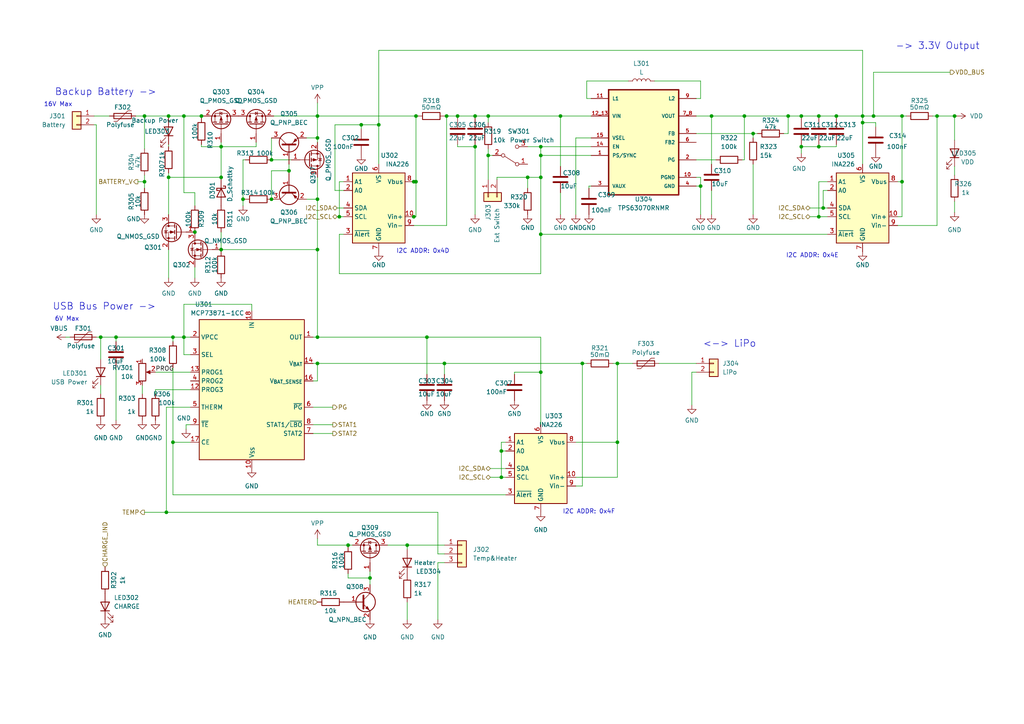
<source format=kicad_sch>
(kicad_sch (version 20231120) (generator "eeschema") (generator_version "8.0")
  (paper "A4")
  (junction (at 261.62 33.655))
  (junction (at 141.605 33.655))
  (junction (at 92.075 72.39))
  (junction (at 228.6 33.655))
  (junction (at 238.76 60.325))
  (junction (at 156.845 42.545))
  (junction (at 92.075 33.655))
  (junction (at 50.165 97.79))
  (junction (at 29.21 97.79))
  (junction (at 156.845 51.435))
  (junction (at 215.9 33.655))
  (junction (at 206.375 33.655))
  (junction (at 78.74 57.785))
  (junction (at 64.135 51.435))
  (junction (at 100.965 158.115))
  (junction (at 92.075 97.79))
  (junction (at 253.365 33.655))
  (junction (at 137.795 33.655))
  (junction (at 271.78 33.655))
  (junction (at 92.075 105.41))
  (junction (at 162.56 33.655))
  (junction (at 118.11 158.115))
  (junction (at 132.715 33.655))
  (junction (at 92.075 57.785))
  (junction (at 168.91 105.41))
  (junction (at 237.49 62.865))
  (junction (at 261.62 52.705))
  (junction (at 56.515 67.31))
  (junction (at 123.825 97.79))
  (junction (at 41.91 52.705))
  (junction (at 128.905 105.41))
  (junction (at 129.54 33.655))
  (junction (at 203.2 53.975))
  (junction (at 48.895 51.435))
  (junction (at 250.19 33.655))
  (junction (at 276.86 33.655))
  (junction (at 137.795 42.545))
  (junction (at 58.42 33.655))
  (junction (at 107.315 167.64))
  (junction (at 98.425 62.865))
  (junction (at 120.015 52.705))
  (junction (at 64.135 42.545))
  (junction (at 120.015 62.865))
  (junction (at 141.605 45.085))
  (junction (at 120.65 52.705))
  (junction (at 48.26 148.59))
  (junction (at 237.49 42.545))
  (junction (at 156.845 45.085))
  (junction (at 145.415 138.43))
  (junction (at 48.895 33.655))
  (junction (at 70.485 57.785))
  (junction (at 78.74 46.355))
  (junction (at 218.44 38.735))
  (junction (at 179.07 128.27))
  (junction (at 104.775 36.195))
  (junction (at 41.91 33.655))
  (junction (at 153.035 51.435))
  (junction (at 232.41 33.655))
  (junction (at 120.65 33.655))
  (junction (at 64.135 72.39))
  (junction (at 50.165 128.27))
  (junction (at 156.845 107.95))
  (junction (at 145.415 130.81))
  (junction (at 109.855 36.195))
  (junction (at 242.57 33.655))
  (junction (at 156.845 67.945))
  (junction (at 33.655 97.79))
  (junction (at 53.34 33.655))
  (junction (at 83.82 49.53))
  (junction (at 237.49 33.655))
  (junction (at 250.19 35.56))
  (junction (at 53.34 97.79))
  (junction (at 92.075 40.005))
  (junction (at 179.07 105.41))
  (junction (at 232.41 42.545))
  (wire (pts (xy 27.305 36.195) (xy 27.94 36.195)))
  (wire (pts (xy 70.485 46.355) (xy 71.12 46.355)))
  (wire (pts (xy 123.825 97.79) (xy 156.845 97.79)))
  (wire (pts (xy 73.025 88.265) (xy 53.34 88.265)))
  (wire (pts (xy 141.605 45.085) (xy 141.605 52.07)))
  (wire (pts (xy 215.9 33.655) (xy 228.6 33.655)))
  (wire (pts (xy 99.695 67.945) (xy 98.425 67.945)))
  (wire (pts (xy 27.94 97.79) (xy 29.21 97.79)))
  (wire (pts (xy 127 163.195) (xy 128.905 163.195)))
  (wire (pts (xy 74.295 42.545) (xy 74.295 41.275)))
  (wire (pts (xy 156.845 107.95) (xy 156.845 123.19)))
  (wire (pts (xy 132.715 33.655) (xy 137.795 33.655)))
  (wire (pts (xy 170.18 23.495) (xy 170.18 28.575)))
  (wire (pts (xy 132.715 33.655) (xy 132.715 34.29)))
  (wire (pts (xy 50.165 128.27) (xy 50.165 143.51)))
  (wire (pts (xy 56.515 55.88) (xy 56.515 59.69)))
  (wire (pts (xy 254 36.83) (xy 254 35.56)))
  (wire (pts (xy 179.07 138.43) (xy 179.07 128.27)))
  (wire (pts (xy 92.075 51.435) (xy 92.075 57.785)))
  (wire (pts (xy 83.82 49.53) (xy 83.82 50.165)))
  (wire (pts (xy 162.56 55.88) (xy 162.56 62.23)))
  (wire (pts (xy 261.62 62.865) (xy 261.62 52.705)))
  (wire (pts (xy 146.685 130.81) (xy 145.415 130.81)))
  (wire (pts (xy 58.42 41.91) (xy 58.42 42.545)))
  (wire (pts (xy 242.57 41.91) (xy 242.57 42.545)))
  (wire (pts (xy 167.005 40.005) (xy 167.005 62.23)))
  (wire (pts (xy 99.695 52.705) (xy 98.425 52.705)))
  (wire (pts (xy 64.135 72.39) (xy 92.075 72.39)))
  (wire (pts (xy 88.9 57.785) (xy 92.075 57.785)))
  (wire (pts (xy 237.49 42.545) (xy 232.41 42.545)))
  (wire (pts (xy 39.37 33.655) (xy 41.91 33.655)))
  (wire (pts (xy 203.2 51.435) (xy 203.2 53.975)))
  (wire (pts (xy 191.135 105.41) (xy 201.93 105.41)))
  (wire (pts (xy 119.38 52.705) (xy 120.015 52.705)))
  (wire (pts (xy 58.42 33.655) (xy 59.055 33.655)))
  (wire (pts (xy 240.03 55.245) (xy 238.76 55.245)))
  (wire (pts (xy 128.905 33.655) (xy 129.54 33.655)))
  (wire (pts (xy 127 160.655) (xy 127 148.59)))
  (wire (pts (xy 120.015 62.865) (xy 120.65 62.865)))
  (wire (pts (xy 97.155 36.195) (xy 104.775 36.195)))
  (wire (pts (xy 142.24 135.89) (xy 146.685 135.89)))
  (wire (pts (xy 107.315 167.64) (xy 107.315 165.735)))
  (wire (pts (xy 64.135 51.435) (xy 64.135 52.07)))
  (wire (pts (xy 92.075 33.655) (xy 120.65 33.655)))
  (wire (pts (xy 127 179.705) (xy 127 163.195)))
  (wire (pts (xy 118.11 159.385) (xy 118.11 158.115)))
  (wire (pts (xy 156.845 51.435) (xy 156.845 67.945)))
  (wire (pts (xy 145.415 138.43) (xy 146.685 138.43)))
  (wire (pts (xy 260.35 65.405) (xy 271.78 65.405)))
  (wire (pts (xy 50.165 97.79) (xy 50.165 99.06)))
  (wire (pts (xy 206.375 33.655) (xy 206.375 47.625)))
  (wire (pts (xy 242.57 42.545) (xy 237.49 42.545)))
  (wire (pts (xy 98.425 62.865) (xy 99.695 62.865)))
  (wire (pts (xy 92.075 57.785) (xy 92.075 72.39)))
  (wire (pts (xy 228.6 38.735) (xy 228.6 33.655)))
  (wire (pts (xy 70.485 59.69) (xy 70.485 57.785)))
  (wire (pts (xy 96.52 125.73) (xy 90.805 125.73)))
  (wire (pts (xy 261.62 33.655) (xy 262.89 33.655)))
  (wire (pts (xy 29.21 97.79) (xy 33.655 97.79)))
  (wire (pts (xy 92.075 110.49) (xy 92.075 105.41)))
  (wire (pts (xy 170.18 28.575) (xy 171.45 28.575)))
  (wire (pts (xy 92.075 97.79) (xy 123.825 97.79)))
  (wire (pts (xy 48.26 118.11) (xy 48.26 148.59)))
  (wire (pts (xy 48.26 148.59) (xy 127 148.59)))
  (wire (pts (xy 55.245 102.87) (xy 53.34 102.87)))
  (wire (pts (xy 237.49 52.705) (xy 240.03 52.705)))
  (wire (pts (xy 253.365 33.655) (xy 261.62 33.655)))
  (wire (pts (xy 29.21 97.79) (xy 29.21 104.14)))
  (wire (pts (xy 250.19 33.655) (xy 253.365 33.655)))
  (wire (pts (xy 53.34 88.265) (xy 53.34 97.79)))
  (wire (pts (xy 215.265 46.355) (xy 215.9 46.355)))
  (wire (pts (xy 261.62 52.705) (xy 261.62 33.655)))
  (wire (pts (xy 276.86 61.595) (xy 276.86 58.42)))
  (wire (pts (xy 141.605 33.655) (xy 162.56 33.655)))
  (wire (pts (xy 33.655 97.79) (xy 50.165 97.79)))
  (wire (pts (xy 83.82 47.625) (xy 83.82 49.53)))
  (wire (pts (xy 129.54 65.405) (xy 129.54 33.655)))
  (wire (pts (xy 250.19 14.605) (xy 250.19 33.655)))
  (wire (pts (xy 207.645 46.355) (xy 201.93 46.355)))
  (wire (pts (xy 78.74 40.005) (xy 78.74 46.355)))
  (wire (pts (xy 227.33 38.735) (xy 228.6 38.735)))
  (wire (pts (xy 179.07 105.41) (xy 183.515 105.41)))
  (wire (pts (xy 41.91 148.59) (xy 48.26 148.59)))
  (wire (pts (xy 41.91 50.8) (xy 41.91 52.705)))
  (wire (pts (xy 276.86 50.8) (xy 276.86 48.26)))
  (wire (pts (xy 137.795 33.655) (xy 137.795 34.29)))
  (wire (pts (xy 270.51 33.655) (xy 271.78 33.655)))
  (wire (pts (xy 120.65 33.655) (xy 120.65 52.705)))
  (wire (pts (xy 48.895 41.91) (xy 48.895 42.545)))
  (wire (pts (xy 90.805 97.79) (xy 92.075 97.79)))
  (wire (pts (xy 170.815 53.975) (xy 171.45 53.975)))
  (wire (pts (xy 92.075 156.21) (xy 92.075 158.115)))
  (wire (pts (xy 201.93 38.735) (xy 218.44 38.735)))
  (wire (pts (xy 107.315 167.64) (xy 107.315 169.545)))
  (wire (pts (xy 104.775 37.465) (xy 104.775 36.195)))
  (wire (pts (xy 234.95 62.865) (xy 237.49 62.865)))
  (wire (pts (xy 58.42 42.545) (xy 64.135 42.545)))
  (wire (pts (xy 182.245 23.495) (xy 170.18 23.495)))
  (wire (pts (xy 90.805 118.11) (xy 96.52 118.11)))
  (wire (pts (xy 100.965 158.115) (xy 100.965 158.75)))
  (wire (pts (xy 237.49 33.655) (xy 242.57 33.655)))
  (wire (pts (xy 48.895 51.435) (xy 64.135 51.435)))
  (wire (pts (xy 92.075 105.41) (xy 128.905 105.41)))
  (wire (pts (xy 167.005 128.27) (xy 179.07 128.27)))
  (wire (pts (xy 237.49 33.655) (xy 237.49 34.29)))
  (wire (pts (xy 200.66 117.475) (xy 200.66 107.95)))
  (wire (pts (xy 70.485 57.785) (xy 71.12 57.785)))
  (wire (pts (xy 144.145 51.435) (xy 153.035 51.435)))
  (wire (pts (xy 33.655 97.79) (xy 33.655 99.06)))
  (wire (pts (xy 237.49 52.705) (xy 237.49 62.865)))
  (wire (pts (xy 90.805 105.41) (xy 92.075 105.41)))
  (wire (pts (xy 260.35 52.705) (xy 261.62 52.705)))
  (wire (pts (xy 171.45 40.005) (xy 167.005 40.005)))
  (wire (pts (xy 27.94 36.195) (xy 27.94 62.23)))
  (wire (pts (xy 201.93 51.435) (xy 203.2 51.435)))
  (wire (pts (xy 156.845 45.085) (xy 156.845 51.435)))
  (wire (pts (xy 128.905 105.41) (xy 128.905 108.585)))
  (wire (pts (xy 92.075 40.005) (xy 92.075 41.275)))
  (wire (pts (xy 48.895 33.655) (xy 48.895 34.29)))
  (wire (pts (xy 250.19 35.56) (xy 250.19 47.625)))
  (wire (pts (xy 29.21 114.3) (xy 29.21 111.76)))
  (wire (pts (xy 41.91 52.705) (xy 41.91 54.61)))
  (wire (pts (xy 64.135 67.31) (xy 64.135 72.39)))
  (wire (pts (xy 250.19 14.605) (xy 109.855 14.605)))
  (wire (pts (xy 109.855 14.605) (xy 109.855 36.195)))
  (wire (pts (xy 53.34 97.79) (xy 55.245 97.79)))
  (wire (pts (xy 79.375 33.655) (xy 92.075 33.655)))
  (wire (pts (xy 145.415 128.27) (xy 146.685 128.27)))
  (wire (pts (xy 142.24 138.43) (xy 145.415 138.43)))
  (wire (pts (xy 167.005 138.43) (xy 179.07 138.43)))
  (wire (pts (xy 118.11 158.115) (xy 128.905 158.115)))
  (wire (pts (xy 120.65 33.655) (xy 121.285 33.655)))
  (wire (pts (xy 276.86 33.655) (xy 276.86 40.64)))
  (wire (pts (xy 153.035 51.435) (xy 156.845 51.435)))
  (wire (pts (xy 144.145 52.07) (xy 144.145 51.435)))
  (wire (pts (xy 156.845 67.945) (xy 240.03 67.945)))
  (wire (pts (xy 203.2 53.975) (xy 201.93 53.975)))
  (wire (pts (xy 88.9 40.005) (xy 92.075 40.005)))
  (wire (pts (xy 100.965 167.64) (xy 107.315 167.64)))
  (wire (pts (xy 50.165 106.68) (xy 50.165 128.27)))
  (wire (pts (xy 48.895 50.165) (xy 48.895 51.435)))
  (wire (pts (xy 156.845 79.375) (xy 156.845 67.945)))
  (wire (pts (xy 97.79 60.325) (xy 99.695 60.325)))
  (wire (pts (xy 232.41 33.655) (xy 237.49 33.655)))
  (wire (pts (xy 167.005 140.97) (xy 168.91 140.97)))
  (wire (pts (xy 156.845 42.545) (xy 171.45 42.545)))
  (wire (pts (xy 120.015 65.405) (xy 129.54 65.405)))
  (wire (pts (xy 109.855 36.195) (xy 109.855 47.625)))
  (wire (pts (xy 218.44 47.625) (xy 218.44 62.23)))
  (wire (pts (xy 145.415 130.81) (xy 145.415 138.43)))
  (wire (pts (xy 218.44 40.005) (xy 218.44 38.735)))
  (wire (pts (xy 41.91 33.655) (xy 41.91 43.18)))
  (wire (pts (xy 48.895 80.645) (xy 48.895 72.39)))
  (wire (pts (xy 33.655 106.68) (xy 33.655 121.92)))
  (wire (pts (xy 203.2 23.495) (xy 203.2 28.575)))
  (wire (pts (xy 100.965 158.115) (xy 102.235 158.115)))
  (wire (pts (xy 141.605 33.655) (xy 141.605 35.56)))
  (wire (pts (xy 137.795 41.91) (xy 137.795 42.545)))
  (wire (pts (xy 156.845 97.79) (xy 156.845 107.95)))
  (wire (pts (xy 132.715 42.545) (xy 137.795 42.545)))
  (wire (pts (xy 162.56 48.26) (xy 162.56 33.655)))
  (wire (pts (xy 92.075 158.115) (xy 100.965 158.115)))
  (wire (pts (xy 112.395 158.115) (xy 118.11 158.115)))
  (wire (pts (xy 128.905 160.655) (xy 127 160.655)))
  (wire (pts (xy 153.035 42.545) (xy 156.845 42.545)))
  (wire (pts (xy 19.05 97.79) (xy 20.32 97.79)))
  (wire (pts (xy 92.075 72.39) (xy 92.075 97.79)))
  (wire (pts (xy 55.245 128.27) (xy 50.165 128.27)))
  (wire (pts (xy 149.225 107.95) (xy 156.845 107.95)))
  (wire (pts (xy 45.085 113.03) (xy 55.245 113.03)))
  (wire (pts (xy 189.865 23.495) (xy 203.2 23.495)))
  (wire (pts (xy 156.845 42.545) (xy 156.845 45.085)))
  (wire (pts (xy 129.54 33.655) (xy 132.715 33.655)))
  (wire (pts (xy 73.025 88.265) (xy 73.025 90.17)))
  (wire (pts (xy 40.005 52.705) (xy 41.91 52.705)))
  (wire (pts (xy 168.91 105.41) (xy 170.18 105.41)))
  (wire (pts (xy 41.91 33.655) (xy 48.895 33.655)))
  (wire (pts (xy 98.425 52.705) (xy 98.425 62.865)))
  (wire (pts (xy 90.805 123.19) (xy 96.52 123.19)))
  (wire (pts (xy 97.155 55.245) (xy 97.155 36.195)))
  (wire (pts (xy 70.485 57.785) (xy 70.485 46.355)))
  (wire (pts (xy 50.165 143.51) (xy 146.685 143.51)))
  (wire (pts (xy 238.76 60.325) (xy 240.03 60.325)))
  (wire (pts (xy 27.305 33.655) (xy 31.75 33.655)))
  (wire (pts (xy 98.425 79.375) (xy 156.845 79.375)))
  (wire (pts (xy 242.57 33.655) (xy 242.57 34.29)))
  (wire (pts (xy 201.93 33.655) (xy 206.375 33.655)))
  (wire (pts (xy 120.65 62.865) (xy 120.65 52.705)))
  (wire (pts (xy 53.34 55.88) (xy 53.34 33.655)))
  (wire (pts (xy 275.59 20.955) (xy 253.365 20.955)))
  (wire (pts (xy 123.825 97.79) (xy 123.825 108.585)))
  (wire (pts (xy 83.82 49.53) (xy 78.74 49.53)))
  (wire (pts (xy 92.075 29.845) (xy 92.075 33.655)))
  (wire (pts (xy 53.975 123.19) (xy 55.245 123.19)))
  (wire (pts (xy 50.165 97.79) (xy 53.34 97.79)))
  (wire (pts (xy 271.78 33.655) (xy 276.86 33.655)))
  (wire (pts (xy 78.74 49.53) (xy 78.74 57.785)))
  (wire (pts (xy 276.86 33.655) (xy 277.495 33.655)))
  (wire (pts (xy 162.56 33.655) (xy 171.45 33.655)))
  (wire (pts (xy 206.375 33.655) (xy 215.9 33.655)))
  (wire (pts (xy 64.135 42.545) (xy 74.295 42.545)))
  (wire (pts (xy 45.085 107.95) (xy 55.245 107.95)))
  (wire (pts (xy 92.075 33.655) (xy 92.075 40.005)))
  (wire (pts (xy 53.34 33.655) (xy 58.42 33.655)))
  (wire (pts (xy 132.715 41.91) (xy 132.715 42.545)))
  (wire (pts (xy 177.8 105.41) (xy 179.07 105.41)))
  (wire (pts (xy 203.2 53.975) (xy 203.2 62.23)))
  (wire (pts (xy 100.965 166.37) (xy 100.965 167.64)))
  (wire (pts (xy 64.135 42.545) (xy 64.135 41.275)))
  (wire (pts (xy 232.41 33.655) (xy 232.41 34.29)))
  (wire (pts (xy 120.015 52.705) (xy 120.65 52.705)))
  (wire (pts (xy 232.41 42.545) (xy 232.41 44.45)))
  (wire (pts (xy 237.49 62.865) (xy 240.03 62.865)))
  (wire (pts (xy 45.085 114.3) (xy 45.085 113.03)))
  (wire (pts (xy 99.695 55.245) (xy 97.155 55.245)))
  (wire (pts (xy 215.9 46.355) (xy 215.9 33.655)))
  (wire (pts (xy 206.375 62.23) (xy 206.375 55.245)))
  (wire (pts (xy 53.34 102.87) (xy 53.34 97.79)))
  (wire (pts (xy 260.35 62.865) (xy 261.62 62.865)))
  (wire (pts (xy 56.515 55.88) (xy 53.34 55.88)))
  (wire (pts (xy 242.57 33.655) (xy 250.19 33.655)))
  (wire (pts (xy 64.135 42.545) (xy 64.135 51.435)))
  (wire (pts (xy 98.425 67.945) (xy 98.425 79.375)))
  (wire (pts (xy 254 35.56) (xy 250.19 35.56)))
  (wire (pts (xy 78.74 46.355) (xy 84.455 46.355)))
  (wire (pts (xy 170.815 54.61) (xy 170.815 53.975)))
  (wire (pts (xy 53.975 124.46) (xy 53.975 123.19)))
  (wire (pts (xy 118.11 179.705) (xy 118.11 174.625)))
  (wire (pts (xy 141.605 45.085) (xy 142.875 45.085)))
  (wire (pts (xy 218.44 38.735) (xy 219.71 38.735)))
  (wire (pts (xy 141.605 43.18) (xy 141.605 45.085)))
  (wire (pts (xy 41.275 114.3) (xy 41.275 111.76)))
  (wire (pts (xy 137.795 33.655) (xy 141.605 33.655)))
  (wire (pts (xy 119.38 62.865) (xy 120.015 62.865)))
  (wire (pts (xy 171.45 45.085) (xy 156.845 45.085)))
  (wire (pts (xy 64.135 73.025) (xy 64.135 72.39)))
  (wire (pts (xy 203.2 28.575) (xy 201.93 28.575)))
  (wire (pts (xy 238.76 55.245) (xy 238.76 60.325)))
  (wire (pts (xy 228.6 33.655) (xy 232.41 33.655)))
  (wire (pts (xy 97.79 62.865) (xy 98.425 62.865)))
  (wire (pts (xy 250.19 33.655) (xy 250.19 35.56)))
  (wire (pts (xy 104.775 36.195) (xy 109.855 36.195)))
  (wire (pts (xy 168.91 105.41) (xy 168.91 140.97)))
  (wire (pts (xy 237.49 41.91) (xy 237.49 42.545)))
  (wire (pts (xy 58.42 33.655) (xy 58.42 34.29)))
  (wire (pts (xy 128.905 105.41) (xy 168.91 105.41)))
  (wire (pts (xy 149.225 108.585) (xy 149.225 107.95)))
  (wire (pts (xy 137.795 42.545) (xy 137.795 62.23)))
  (wire (pts (xy 179.07 128.27) (xy 179.07 105.41)))
  (wire (pts (xy 153.035 51.435) (xy 153.035 54.61)))
  (wire (pts (xy 271.78 65.405) (xy 271.78 33.655)))
  (wire (pts (xy 55.245 118.11) (xy 48.26 118.11)))
  (wire (pts (xy 234.95 60.325) (xy 238.76 60.325)))
  (wire (pts (xy 200.66 107.95) (xy 201.93 107.95)))
  (wire (pts (xy 232.41 42.545) (xy 232.41 41.91)))
  (wire (pts (xy 145.415 130.81) (xy 145.415 128.27)))
  (wire (pts (xy 56.515 80.645) (xy 56.515 77.47)))
  (wire (pts (xy 253.365 20.955) (xy 253.365 33.655)))
  (wire (pts (xy 48.895 33.655) (xy 53.34 33.655)))
  (wire (pts (xy 48.895 51.435) (xy 48.895 62.23)))
  (wire (pts (xy 90.805 110.49) (xy 92.075 110.49)))
  (text "16V Max" (at 12.7 31.115 0) (effects (font (size 1.27 1.27)) (justify left bottom)))
  (text "6V Max" (at 15.875 93.345 0) (effects (font (size 1.27 1.27)) (justify left bottom)))
  (text "I2C ADDR: 0x4F" (at 163.195 149.225 0) (effects (font (size 1.27 1.27)) (justify left bottom)))
  (text "USB Bus Power ->" (at 15.24 90.17 0) (effects (font (size 2 2)) (justify left bottom)))
  (text "I2C ADDR: 0x4D" (at 114.935 73.66 0) (effects (font (size 1.27 1.27)) (justify left bottom)))
  (text "<-> LiPo" (at 203.835 100.965 0) (effects (font (size 2 2)) (justify left bottom)))
  (text "Backup Battery ->" (at 15.875 27.94 0) (effects (font (size 2 2)) (justify left bottom)))
  (text "I2C ADDR: 0x4E" (at 227.965 74.93 0) (effects (font (size 1.27 1.27)) (justify left bottom)))
  (text "-> 3.3V Output" (at 259.715 14.605 0) (effects (font (size 2 2)) (justify left bottom)))
  (label "PROG" (at 45.085 107.95 0))
  (hierarchical_label "I2C_SCL" (shape bidirectional) (at 234.95 62.865 180))
  (hierarchical_label "CHARGE_IND" (shape input) (at 30.48 164.465 90))
  (hierarchical_label "TEMP" (shape output) (at 41.91 148.59 180))
  (hierarchical_label "I2C_SCL" (shape bidirectional) (at 97.79 62.865 180))
  (hierarchical_label "VDD_BUS" (shape output) (at 275.59 20.955 0))
  (hierarchical_label "PG" (shape output) (at 96.52 118.11 0))
  (hierarchical_label "I2C_SDA" (shape bidirectional) (at 234.95 60.325 180))
  (hierarchical_label "I2C_SCL" (shape bidirectional) (at 142.24 138.43 180))
  (hierarchical_label "BATTERY_V" (shape output) (at 40.005 52.705 180))
  (hierarchical_label "I2C_SDA" (shape bidirectional) (at 97.79 60.325 180))
  (hierarchical_label "STAT2" (shape output) (at 96.52 125.73 0))
  (hierarchical_label "STAT1" (shape output) (at 96.52 123.19 0))
  (hierarchical_label "HEATER" (shape input) (at 92.075 174.625 180))
  (hierarchical_label "I2C_SDA" (shape bidirectional) (at 142.24 135.89 180))
  (symbol (lib_id "Device:C") (at 162.56 52.07 0) (unit 1)
    (property "Reference" "C308" (at 163.195 50.165 0) (effects (justify left)))
    (property "Value" "10uF" (at 162.56 53.975 0) (effects (justify left)))
    (property "Footprint" "Capacitor_SMD:C_0603_1608Metric" (effects (hide yes)))
    (property "LCSC" "C96446" (effects (hide yes)))
  )
  (symbol (lib_id "power:VPP") (at 92.075 29.845 0) (unit 1)
    (property "Reference" "#PWR0315" (effects (hide yes)))
    (property "Value" "VPP" (at 92.075 25.4 0))
  )
  (symbol (lib_id "Device:LED") (at 48.895 38.1 270) (mirror x) (unit 1)
    (property "Reference" "LED303" (at 41.91 38.1 90) (effects (justify left)))
    (property "Value" "Backup Power" (at 38.1 34.925 90) (effects (justify left)))
    (property "Footprint" "LED_SMD:LED_0805_2012Metric" (effects (hide yes)))
    (property "LCSC" "C2297" (effects (hide yes)))
  )
  (symbol (lib_id "Device:R") (at 211.455 46.355 270) (unit 1)
    (property "Reference" "R322" (at 211.455 40.005 90))
    (property "Value" "100k" (at 211.455 42.545 90))
    (property "Footprint" "Resistor_SMD:R_0402_1005Metric" (effects (hide yes)))
    (property "LCSC" "C25741" (effects (hide yes)))
  )
  (symbol (lib_id "power:GND") (at 128.905 116.205 0) (unit 1)
    (property "Reference" "#PWR0323" (effects (hide yes)))
    (property "Value" "GND" (at 128.905 120.015 0))
  )
  (symbol (lib_id "Device:Q_PMOS_GSD") (at 74.295 36.195 90) (unit 1)
    (property "Reference" "Q304" (at 74.295 26.67 90))
    (property "Value" "Q_PMOS_GSD" (at 74.295 29.21 90))
    (property "Footprint" "Package_TO_SOT_SMD:SOT-23" (effects (hide yes)))
    (property "LCSC" "C15127" (effects (hide yes)))
  )
  (symbol (lib_id "Device:R") (at 276.86 54.61 0) (mirror y) (unit 1)
    (property "Reference" "R326" (at 281.94 53.34 0) (effects (justify left)))
    (property "Value" "1k" (at 281.305 55.88 0) (effects (justify left)))
    (property "Footprint" "Resistor_SMD:R_0402_1005Metric" (effects (hide yes)))
    (property "LCSC" "C11702" (effects (hide yes)))
  )
  (symbol (lib_id "Device:R") (at 64.135 76.835 0) (unit 1)
    (property "Reference" "R312" (at 60.325 76.835 90))
    (property "Value" "100k" (at 62.23 76.835 90))
    (property "Footprint" "Resistor_SMD:R_0402_1005Metric" (effects (hide yes)))
    (property "LCSC" "C25741" (effects (hide yes)))
  )
  (symbol (lib_id "Device:C") (at 123.825 112.395 0) (unit 1)
    (property "Reference" "C303" (at 121.285 110.49 0) (effects (justify left)))
    (property "Value" "10uF" (at 121.285 114.3 0) (effects (justify left)))
    (property "Footprint" "Capacitor_SMD:C_0603_1608Metric" (effects (hide yes)))
    (property "LCSC" "C96446" (effects (hide yes)))
  )
  (symbol (lib_id "Device:R") (at 118.11 170.815 180) (unit 1)
    (property "Reference" "R317" (at 120.015 169.545 0) (effects (justify right)))
    (property "Value" "1k" (at 120.015 172.085 0) (effects (justify right)))
    (property "Footprint" "Resistor_SMD:R_0402_1005Metric" (effects (hide yes)))
    (property "LCSC" "C11702" (effects (hide yes)))
  )
  (symbol (lib_id "power:GND") (at 203.2 62.23 0) (unit 1)
    (property "Reference" "#PWR0332" (effects (hide yes)))
    (property "Value" "GND" (at 202.565 66.04 0))
  )
  (symbol (lib_id "Battery_Management:MCP73871-1CC") (at 73.025 113.03 0) (unit 1)
    (property "Reference" "U301" (at 56.515 88.265 0) (effects (justify left)))
    (property "Value" "MCP73871-1CC" (at 55.245 90.805 0) (effects (justify left)))
    (property "Footprint" "Package_DFN_QFN:QFN-20-1EP_4x4mm_P0.5mm_EP2.5x2.5mm" (effects (hide yes)))
    (property "Datasheet" "http://www.mouser.com/ds/2/268/22090a-52174.pdf" (effects (hide yes)))
    (property "LCSC" " C511310" (effects (hide yes)))
  )
  (symbol (lib_id "Device:R") (at 50.165 102.87 0) (mirror y) (unit 1)
    (property "Reference" "R308" (at 48.26 101.6 0) (effects (justify left)))
    (property "Value" "100k" (at 48.26 104.14 0) (effects (justify left)))
    (property "Footprint" "Resistor_SMD:R_0402_1005Metric" (effects (hide yes)))
    (property "LCSC" "C25741" (effects (hide yes)))
  )
  (symbol (lib_id "Device:C") (at 206.375 51.435 0) (unit 1)
    (property "Reference" "C310" (at 207.01 49.53 0) (effects (justify left)))
    (property "Value" "10uF" (at 206.375 53.34 0) (effects (justify left)))
    (property "Footprint" "Capacitor_SMD:C_0603_1608Metric" (effects (hide yes)))
    (property "LCSC" "C96446" (effects (hide yes)))
  )
  (symbol (lib_id "Device:R") (at 74.93 46.355 270) (unit 1)
    (property "Reference" "R313" (at 71.12 44.45 90))
    (property "Value" "100k" (at 76.835 44.45 90))
    (property "Footprint" "Resistor_SMD:R_0402_1005Metric" (effects (hide yes)))
    (property "LCSC" "C25741" (effects (hide yes)))
  )
  (symbol (lib_id "Device:R") (at 100.965 162.56 0) (unit 1)
    (property "Reference" "R316" (at 97.155 162.56 90))
    (property "Value" "100k" (at 99.06 162.56 90))
    (property "Footprint" "Resistor_SMD:R_0402_1005Metric" (effects (hide yes)))
    (property "LCSC" "C25741" (effects (hide yes)))
  )
  (symbol (lib_id "Connector_Generic:Conn_01x02") (at 22.225 33.655 0) (mirror y) (unit 1)
    (property "Reference" "J301" (at 19.05 33.655 0) (effects (justify left)))
    (property "Value" "Battery" (at 19.05 36.195 0) (effects (justify left)))
    (property "Footprint" "Connector_JST:JST_XH_S2B-XH-A_1x02_P2.50mm_Horizontal" (effects (hide yes)))
  )
  (symbol (lib_id "Device:C") (at 137.795 38.1 0) (unit 1)
    (property "Reference" "C306" (at 135.89 36.195 0) (effects (justify left)))
    (property "Value" "22uF" (at 135.89 40.005 0) (effects (justify left)))
    (property "Footprint" "Capacitor_SMD:C_0805_2012Metric" (effects (hide yes)))
    (property "LCSC" "C45783" (effects (hide yes)))
  )
  (symbol (lib_id "Device:Q_PMOS_GSD") (at 107.315 160.655 270) (mirror x) (unit 1)
    (property "Reference" "Q309" (at 107.315 153.035 90))
    (property "Value" "Q_PMOS_GSD" (at 107.315 154.94 90))
    (property "Footprint" "Package_TO_SOT_SMD:SOT-23" (effects (hide yes)))
    (property "LCSC" "C15127" (effects (hide yes)))
  )
  (symbol (lib_id "power:GND") (at 41.275 121.92 0) (unit 1)
    (property "Reference" "#PWR0306" (effects (hide yes)))
    (property "Value" "GND" (at 41.275 127 0))
  )
  (symbol (lib_id "power:GND") (at 45.085 121.92 0) (unit 1)
    (property "Reference" "#PWR0308" (effects (hide yes)))
    (property "Value" "GND" (at 45.085 127 0))
  )
  (symbol (lib_id "Device:R") (at 95.885 174.625 270) (unit 1)
    (property "Reference" "R315" (at 95.25 172.085 90))
    (property "Value" "10k" (at 95.885 177.165 90))
    (property "Footprint" "Resistor_SMD:R_0402_1005Metric" (effects (hide yes)))
    (property "LCSC" "C25744" (effects (hide yes)))
  )
  (symbol (lib_id "power:GND") (at 107.315 179.705 0) (unit 1)
    (property "Reference" "#PWR0318" (effects (hide yes)))
    (property "Value" "GND" (at 107.315 184.785 0))
  )
  (symbol (lib_id "power:GND") (at 127 179.705 0) (unit 1)
    (property "Reference" "#PWR0322" (effects (hide yes)))
    (property "Value" "GND" (at 127 184.785 0))
  )
  (symbol (lib_id "Device:C") (at 237.49 38.1 0) (unit 1)
    (property "Reference" "C312" (at 238.125 36.195 0) (effects (justify left)))
    (property "Value" "22uF" (at 237.49 40.005 0) (effects (justify left)))
    (property "Footprint" "Capacitor_SMD:C_0805_2012Metric" (effects (hide yes)))
    (property "LCSC" "C45783" (effects (hide yes)))
  )
  (symbol (lib_id "Device:R") (at 41.275 118.11 0) (mirror y) (unit 1)
    (property "Reference" "R303" (at 39.37 115.57 0) (effects (justify left)))
    (property "Value" "1k" (at 39.37 119.38 0) (effects (justify left)))
    (property "Footprint" "Resistor_SMD:R_0402_1005Metric" (effects (hide yes)))
    (property "LCSC" "C11702" (effects (hide yes)))
  )
  (symbol (lib_id "Device:R") (at 41.91 46.99 0) (unit 1)
    (property "Reference" "R304" (at 38.1 46.99 90))
    (property "Value" "47k" (at 40.005 46.99 90))
    (property "Footprint" "Resistor_SMD:R_0402_1005Metric" (effects (hide yes)))
    (property "LCSC" "C25792" (effects (hide yes)))
  )
  (symbol (lib_id "Device:C") (at 254 40.64 0) (unit 1)
    (property "Reference" "C314" (at 257.81 39.37 0) (effects (justify left)))
    (property "Value" "100nF" (at 257.175 42.545 0) (effects (justify left)))
    (property "Footprint" "Capacitor_SMD:C_0402_1005Metric" (effects (hide yes)))
    (property "LCSC" "C1525" (effects (hide yes)))
  )
  (symbol (lib_id "Device:LED") (at 118.11 163.195 270) (mirror x) (unit 1)
    (property "Reference" "LED304" (at 120.65 165.735 90) (effects (justify left)))
    (property "Value" "Heater" (at 120.015 163.195 90) (effects (justify left)))
    (property "Footprint" "LED_SMD:LED_0805_2012Metric" (effects (hide yes)))
    (property "LCSC" "C2296" (effects (hide yes)))
  )
  (symbol (lib_id "power:GND") (at 64.135 80.645 0) (unit 1)
    (property "Reference" "#PWR0312" (effects (hide yes)))
    (property "Value" "GND" (at 64.135 85.09 0))
  )
  (symbol (lib_id "Device:Polyfuse") (at 35.56 33.655 90) (unit 1)
    (property "Reference" "F302" (at 35.56 31.115 90))
    (property "Value" "Polyfuse" (at 34.925 36.195 90))
    (property "Footprint" "Fuse:Fuse_1206_3216Metric" (effects (hide yes)))
    (property "LCSC" " C883133" (effects (hide yes)))
  )
  (symbol (lib_id "power:GND") (at 156.845 148.59 0) (unit 1)
    (property "Reference" "#PWR0327" (effects (hide yes)))
    (property "Value" "GND" (at 156.845 153.67 0))
  )
  (symbol (lib_id "Device:C") (at 242.57 38.1 0) (unit 1)
    (property "Reference" "C313" (at 243.205 36.195 0) (effects (justify left)))
    (property "Value" "22uF" (at 242.57 40.005 0) (effects (justify left)))
    (property "Footprint" "Capacitor_SMD:C_0805_2012Metric" (effects (hide yes)))
    (property "LCSC" "C45783" (effects (hide yes)))
  )
  (symbol (lib_id "power:GND") (at 153.035 62.23 0) (unit 1)
    (property "Reference" "#PWR0326" (effects (hide yes)))
    (property "Value" "GND" (at 153.035 66.04 0))
  )
  (symbol (lib_id "Device:R") (at 223.52 38.735 90) (unit 1)
    (property "Reference" "R324" (at 223.52 34.925 90))
    (property "Value" "47k" (at 223.52 36.83 90))
    (property "Footprint" "Resistor_SMD:R_0402_1005Metric" (effects (hide yes)))
    (property "LCSC" "C25792" (effects (hide yes)))
  )
  (symbol (lib_id "Device:LED") (at 30.48 175.895 90) (unit 1)
    (property "Reference" "LED302" (at 33.02 173.355 90) (effects (justify right)))
    (property "Value" "CHARGE" (at 33.02 175.895 90) (effects (justify right)))
    (property "Footprint" "LED_SMD:LED_0805_2012Metric" (effects (hide yes)))
    (property "LCSC" "C2296" (effects (hide yes)))
  )
  (symbol (lib_id "Device:C") (at 232.41 38.1 0) (unit 1)
    (property "Reference" "C311" (at 233.045 36.195 0) (effects (justify left)))
    (property "Value" "22uF" (at 232.41 40.005 0) (effects (justify left)))
    (property "Footprint" "Capacitor_SMD:C_0805_2012Metric" (effects (hide yes)))
    (property "LCSC" "C45783" (effects (hide yes)))
  )
  (symbol (lib_id "Device:R") (at 218.44 43.815 180) (unit 1)
    (property "Reference" "R323" (at 220.345 42.545 0) (effects (justify right)))
    (property "Value" "15k" (at 220.345 45.085 0) (effects (justify right)))
    (property "Footprint" "Resistor_SMD:R_0402_1005Metric" (effects (hide yes)))
    (property "LCSC" "C25756" (effects (hide yes)))
  )
  (symbol (lib_id "WOBCLibrary:TPS63070RNMR") (at 186.69 41.275 0) (unit 1)
    (property "Reference" "U304" (at 186.69 57.785 0))
    (property "Value" "TPS63070RNMR" (at 186.69 60.325 0))
    (property "Footprint" "WOBCLibrary:VREG_TPS63070RNMR" (effects (hide yes)))
    (property "Description" "\nWide input voltage (2V-16V) buck-boost converter\n" (effects (hide yes)))
    (property "MF" "Texas Instruments" (effects (hide yes)))
    (property "Package" "VQFN-HR-15 Texas Instruments" (effects (hide yes)))
    (property "Price" "None" (effects (hide yes)))
    (property "SnapEDA_Link" "https://www.snapeda.com/parts/TPS63070RNMR/Texas+Instruments/view-part/?ref=snap" (effects (hide yes)))
    (property "MP" "TPS63070RNMR" (effects (hide yes)))
    (property "Purchase-URL" "https://www.snapeda.com/api/url_track_click_mouser/?unipart_id=583017&manufacturer=Texas Instruments&part_name=TPS63070RNMR&search_term=None" (effects (hide yes)))
    (property "Availability" "In Stock" (effects (hide yes)))
    (property "Check_prices" "https://www.snapeda.com/parts/TPS63070RNMR/Texas+Instruments/view-part/?ref=eda" (effects (hide yes)))
    (property "LCSC" "C109322" (effects (hide yes)))
  )
  (symbol (lib_id "power:GND") (at 48.895 80.645 0) (unit 1)
    (property "Reference" "#PWR0309" (effects (hide yes)))
    (property "Value" "GND" (at 48.895 85.09 0))
  )
  (symbol (lib_id "Switch:SW_SPDT") (at 147.955 45.085 0) (mirror x) (unit 1)
    (property "Reference" "SW301" (at 150.495 38.1 0))
    (property "Value" "Power Switch" (at 154.305 40.64 0))
    (property "Footprint" "Button_Switch_THT:SW_CuK_OS102011MA1QN1_SPDT_Angled" (effects (hide yes)))
  )
  (symbol (lib_id "Device:R_Potentiometer") (at 41.275 107.95 0) (unit 1)
    (property "Reference" "RV301" (at 38.735 106.68 0) (effects (justify right)))
    (property "Value" "10k" (at 38.735 109.22 0) (effects (justify right)))
    (property "Footprint" "Potentiometer_SMD:Potentiometer_Bourns_TC33X_Vertical" (effects (hide yes)))
    (property "LCSC" "C719176" (effects (hide yes)))
  )
  (symbol (lib_id "Device:Polyfuse") (at 24.13 97.79 90) (unit 1)
    (property "Reference" "F301" (at 24.13 95.25 90))
    (property "Value" "Polyfuse" (at 23.495 100.33 90))
    (property "Footprint" "Fuse:Fuse_1206_3216Metric" (effects (hide yes)))
    (property "LCSC" " C883133" (effects (hide yes)))
  )
  (symbol (lib_id "power:GND") (at 162.56 62.23 0) (unit 1)
    (property "Reference" "#PWR0328" (effects (hide yes)))
    (property "Value" "GND" (at 162.56 66.04 0))
  )
  (symbol (lib_id "Device:Q_NMOS_GSD") (at 59.055 72.39 0) (mirror y) (unit 1)
    (property "Reference" "Q302" (at 55.245 76.835 0) (effects (justify left)))
    (property "Value" "Q_NMOS_GSD" (at 71.755 69.85 0) (effects (justify left)))
    (property "Footprint" "Package_TO_SOT_SMD:SOT-23-3" (effects (hide yes)))
    (property "LCSC" "C20917" (effects (hide yes)))
  )
  (symbol (lib_id "Device:C") (at 132.715 38.1 0) (unit 1)
    (property "Reference" "C305" (at 130.175 36.195 0) (effects (justify left)))
    (property "Value" "22uF" (at 130.175 40.005 0) (effects (justify left)))
    (property "Footprint" "Capacitor_SMD:C_0805_2012Metric" (effects (hide yes)))
    (property "LCSC" "C45783" (effects (hide yes)))
  )
  (symbol (lib_id "power:GND") (at 53.975 124.46 0) (unit 1)
    (property "Reference" "#PWR0310" (effects (hide yes)))
    (property "Value" "GND" (at 53.34 121.285 0))
  )
  (symbol (lib_id "power:GND") (at 73.025 135.89 0) (unit 1)
    (property "Reference" "#PWR0314" (effects (hide yes)))
    (property "Value" "GND" (at 73.025 140.97 0))
  )
  (symbol (lib_id "power:GND") (at 30.48 179.705 0) (unit 1)
    (property "Reference" "#PWR0304" (effects (hide yes)))
    (property "Value" "GND" (at 30.48 184.15 0))
  )
  (symbol (lib_id "Device:R") (at 74.93 57.785 270) (unit 1)
    (property "Reference" "R314" (at 72.39 55.88 90))
    (property "Value" "100k" (at 77.47 55.88 90))
    (property "Footprint" "Resistor_SMD:R_0402_1005Metric" (effects (hide yes)))
    (property "LCSC" "C25741" (effects (hide yes)))
  )
  (symbol (lib_id "Device:L") (at 186.055 23.495 90) (unit 1)
    (property "Reference" "L301" (at 186.055 18.415 90))
    (property "Value" "L" (at 186.055 20.955 90))
    (property "Footprint" "Inductor_SMD:L_Wuerth_WE-TPC-3816" (effects (hide yes)))
    (property "LCSC" "C3033018" (effects (hide yes)))
  )
  (symbol (lib_id "power:GND") (at 170.815 62.23 0) (unit 1)
    (property "Reference" "#PWR0330" (effects (hide yes)))
    (property "Value" "GND" (at 170.815 66.04 0))
  )
  (symbol (lib_id "Device:C") (at 104.775 41.275 0) (unit 1)
    (property "Reference" "C302" (at 99.06 40.005 0) (effects (justify left)))
    (property "Value" "100nF" (at 96.52 42.545 0) (effects (justify left)))
    (property "Footprint" "Capacitor_SMD:C_0402_1005Metric" (effects (hide yes)))
    (property "LCSC" "C1525" (effects (hide yes)))
  )
  (symbol (lib_id "power:VDD") (at 277.495 33.655 270) (unit 1)
    (property "Reference" "#PWR0339" (effects (hide yes)))
    (property "Value" "VDD" (at 281.305 33.655 90) (effects (justify left)))
  )
  (symbol (lib_id "Device:C") (at 149.225 112.395 0) (unit 1)
    (property "Reference" "C307" (at 143.51 111.125 0) (effects (justify left)))
    (property "Value" "100nF" (at 140.97 113.665 0) (effects (justify left)))
    (property "Footprint" "Capacitor_SMD:C_0402_1005Metric" (effects (hide yes)))
    (property "LCSC" "C1525" (effects (hide yes)))
  )
  (symbol (lib_id "Device:Q_PMOS_GSD") (at 89.535 46.355 0) (mirror x) (unit 1)
    (property "Reference" "Q307" (at 90.805 50.8 90))
    (property "Value" "Q_PMOS_GSD" (at 95.25 46.355 90))
    (property "Footprint" "Package_TO_SOT_SMD:SOT-23" (effects (hide yes)))
    (property "LCSC" "C15127" (effects (hide yes)))
  )
  (symbol (lib_id "power:GND") (at 276.86 61.595 0) (unit 1)
    (property "Reference" "#PWR0338" (effects (hide yes)))
    (property "Value" "GND" (at 276.86 66.675 0))
  )
  (symbol (lib_id "power:GND") (at 27.94 62.23 0) (unit 1)
    (property "Reference" "#PWR0302" (effects (hide yes)))
    (property "Value" "GND" (at 27.94 66.675 0))
  )
  (symbol (lib_id "Connector_Generic:Conn_01x03") (at 133.985 160.655 0) (unit 1)
    (property "Reference" "J302" (at 137.16 159.385 0) (effects (justify left)))
    (property "Value" "Temp&Heater" (at 137.16 161.925 0) (effects (justify left)))
    (property "Footprint" "Connector_JST:JST_PH_S3B-PH-K_1x03_P2.00mm_Horizontal" (effects (hide yes)))
  )
  (symbol (lib_id "Device:Q_PMOS_GSD") (at 64.135 36.195 270) (mirror x) (unit 1)
    (property "Reference" "Q303" (at 64.135 26.67 90))
    (property "Value" "Q_PMOS_GSD" (at 64.135 29.21 90))
    (property "Footprint" "Package_TO_SOT_SMD:SOT-23" (effects (hide yes)))
    (property "LCSC" "C15127" (effects (hide yes)))
  )
  (symbol (lib_id "power:GND") (at 70.485 59.69 0) (unit 1)
    (property "Reference" "#PWR0313" (effects (hide yes)))
    (property "Value" "GND" (at 70.485 63.5 0))
  )
  (symbol (lib_id "power:GND") (at 104.775 45.085 0) (unit 1)
    (property "Reference" "#PWR0317" (effects (hide yes)))
    (property "Value" "GND" (at 104.775 48.895 0))
  )
  (symbol (lib_id "power:GND") (at 41.91 62.23 0) (unit 1)
    (property "Reference" "#PWR0307" (effects (hide yes)))
    (property "Value" "GND" (at 38.735 63.5 0))
  )
  (symbol (lib_id "power:GND") (at 29.21 121.92 0) (unit 1)
    (property "Reference" "#PWR0303" (effects (hide yes)))
    (property "Value" "GND" (at 29.21 127 0))
  )
  (symbol (lib_id "Device:R") (at 266.7 33.655 90) (unit 1)
    (property "Reference" "R325" (at 266.7 29.21 90))
    (property "Value" "50mΩ" (at 266.7 31.115 90))
    (property "Footprint" "Resistor_SMD:R_0805_2012Metric" (effects (hide yes)))
    (property "LCSC" "C247602" (effects (hide yes)))
  )
  (symbol (lib_id "power:GND") (at 206.375 62.23 0) (unit 1)
    (property "Reference" "#PWR0333" (effects (hide yes)))
    (property "Value" "GND" (at 207.01 66.04 0))
  )
  (symbol (lib_id "Device:R") (at 64.135 63.5 0) (unit 1)
    (property "Reference" "R311" (at 66.675 63.5 90))
    (property "Value" "10k" (at 62.23 63.5 90))
    (property "Footprint" "Resistor_SMD:R_0402_1005Metric" (effects (hide yes)))
    (property "LCSC" "C25744" (effects (hide yes)))
  )
  (symbol (lib_id "Device:R") (at 29.21 118.11 0) (mirror y) (unit 1)
    (property "Reference" "R301" (at 27.305 116.84 0) (effects (justify left)))
    (property "Value" "1k" (at 27.305 119.38 0) (effects (justify left)))
    (property "Footprint" "Resistor_SMD:R_0402_1005Metric" (effects (hide yes)))
    (property "LCSC" "C11702" (effects (hide yes)))
  )
  (symbol (lib_id "power:VBUS") (at 19.05 97.79 90) (unit 1)
    (property "Reference" "#PWR0301" (effects (hide yes)))
    (property "Value" "VBUS" (at 19.685 95.25 90) (effects (justify left)))
  )
  (symbol (lib_id "Device:LED") (at 29.21 107.95 270) (mirror x) (unit 1)
    (property "Reference" "LED301" (at 25.4 108.2675 90) (effects (justify right)))
    (property "Value" "USB Power" (at 25.4 110.8075 90) (effects (justify right)))
    (property "Footprint" "LED_SMD:LED_0805_2012Metric" (effects (hide yes)))
    (property "LCSC" "C2297" (effects (hide yes)))
  )
  (symbol (lib_id "Device:R") (at 141.605 39.37 180) (unit 1)
    (property "Reference" "R319" (at 145.415 38.1 0) (effects (justify left)))
    (property "Value" "10k" (at 146.685 40.64 0) (effects (justify left)))
    (property "Footprint" "Resistor_SMD:R_0402_1005Metric" (effects (hide yes)))
    (property "LCSC" "C25744" (effects (hide yes)))
  )
  (symbol (lib_id "Device:C") (at 128.905 112.395 0) (unit 1)
    (property "Reference" "C304" (at 126.365 110.49 0) (effects (justify left)))
    (property "Value" "10uF" (at 126.365 114.3 0) (effects (justify left)))
    (property "Footprint" "Capacitor_SMD:C_0603_1608Metric" (effects (hide yes)))
    (property "LCSC" "C96446" (effects (hide yes)))
  )
  (symbol (lib_id "power:GND") (at 123.825 116.205 0) (unit 1)
    (property "Reference" "#PWR0321" (effects (hide yes)))
    (property "Value" "GND" (at 123.825 120.015 0))
  )
  (symbol (lib_id "Device:Polyfuse") (at 187.325 105.41 90) (unit 1)
    (property "Reference" "F303" (at 187.325 99.695 90))
    (property "Value" "Polyfuse" (at 187.325 102.235 90))
    (property "Footprint" "Fuse:Fuse_1206_3216Metric" (effects (hide yes)))
    (property "LCSC" " C883133" (effects (hide yes)))
  )
  (symbol (lib_id "Device:R") (at 153.035 58.42 0) (unit 1)
    (property "Reference" "R320" (at 147.955 57.15 0) (effects (justify left)))
    (property "Value" "330k" (at 146.05 59.69 0) (effects (justify left)))
    (property "Footprint" "Resistor_SMD:R_0402_1005Metric" (effects (hide yes)))
    (property "LCSC" "C23137" (effects (hide yes)))
  )
  (symbol (lib_id "power:GND") (at 167.005 62.23 0) (unit 1)
    (property "Reference" "#PWR0329" (effects (hide yes)))
    (property "Value" "GND" (at 167.005 66.04 0))
  )
  (symbol (lib_id "Device:R") (at 125.095 33.655 90) (unit 1)
    (property "Reference" "R318" (at 125.095 29.21 90))
    (property "Value" "50mΩ" (at 125.095 31.115 90))
    (property "Footprint" "Resistor_SMD:R_0805_2012Metric" (effects (hide yes)))
    (property "LCSC" "C247602" (effects (hide yes)))
  )
  (symbol (lib_id "power:GND") (at 137.795 62.23 0) (unit 1)
    (property "Reference" "#PWR0324" (effects (hide yes)))
    (property "Value" "GND" (at 137.795 66.675 0))
  )
  (symbol (lib_id "power:GND") (at 33.655 121.92 0) (unit 1)
    (property "Reference" "#PWR0305" (effects (hide yes)))
    (property "Value" "GND" (at 33.655 127 0))
  )
  (symbol (lib_id "Sensor_Energy:INA226") (at 109.855 60.325 0) (mirror y) (unit 1)
    (property "Reference" "U302" (at 115.57 45.085 0) (effects (justify left)))
    (property "Value" "INA226" (at 118.745 47.625 0) (effects (justify left)))
    (property "Footprint" "Package_SO:VSSOP-10_3x3mm_P0.5mm" (effects (hide yes)))
    (property "Datasheet" "http://www.ti.com/lit/ds/symlink/ina226.pdf" (effects (hide yes)))
    (property "LCSC" "C49851" (effects (hide yes)))
  )
  (symbol (lib_id "power:VPP") (at 92.075 156.21 0) (unit 1)
    (property "Reference" "#PWR0316" (effects (hide yes)))
    (property "Value" "VPP" (at 92.075 151.765 0))
  )
  (symbol (lib_id "Sensor_Energy:INA226") (at 156.845 135.89 0) (mirror y) (unit 1)
    (property "Reference" "U303" (at 163.195 120.65 0) (effects (justify left)))
    (property "Value" "INA226" (at 163.195 123.19 0) (effects (justify left)))
    (property "Footprint" "Package_SO:VSSOP-10_3x3mm_P0.5mm" (effects (hide yes)))
    (property "Datasheet" "http://www.ti.com/lit/ds/symlink/ina226.pdf" (effects (hide yes)))
    (property "LCSC" "C49851" (effects (hide yes)))
  )
  (symbol (lib_id "Device:R") (at 56.515 63.5 0) (unit 1)
    (property "Reference" "R309" (at 58.42 63.5 90))
    (property "Value" "100k" (at 54.61 63.5 90))
    (property "Footprint" "Resistor_SMD:R_0402_1005Metric" (effects (hide yes)))
    (property "LCSC" "C25741" (effects (hide yes)))
  )
  (symbol (lib_id "Device:R") (at 173.99 105.41 90) (unit 1)
    (property "Reference" "R321" (at 173.99 100.965 90))
    (property "Value" "50mΩ" (at 173.99 102.87 90))
    (property "Footprint" "Resistor_SMD:R_0805_2012Metric" (effects (hide yes)))
    (property "LCSC" "C247602" (effects (hide yes)))
  )
  (symbol (lib_id "Device:Q_NPN_BEC") (at 104.775 174.625 0) (unit 1)
    (property "Reference" "Q308" (at 100.33 170.18 0) (effects (justify left)))
    (property "Value" "Q_NPN_BEC" (at 95.25 179.705 0) (effects (justify left)))
    (property "Footprint" "Package_TO_SOT_SMD:SOT-23" (effects (hide yes)))
    (property "LCSC" "C20526" (effects (hide yes)))
  )
  (symbol (lib_id "Device:R") (at 48.895 46.355 180) (unit 1)
    (property "Reference" "R307" (at 46.99 48.895 90))
    (property "Value" "1k" (at 46.99 45.085 90))
    (property "Footprint" "Resistor_SMD:R_0402_1005Metric" (effects (hide yes)))
    (property "LCSC" "C11702" (effects (hide yes)))
  )
  (symbol (lib_id "Device:R") (at 30.48 168.275 180) (unit 1)
    (property "Reference" "R302" (at 33.02 168.275 90))
    (property "Value" "1k" (at 35.56 168.275 90))
    (property "Footprint" "Resistor_SMD:R_0402_1005Metric" (effects (hide yes)))
    (property "LCSC" "C11702" (effects (hide yes)))
  )
  (symbol (lib_id "Device:R") (at 45.085 118.11 0) (mirror y) (unit 1)
    (property "Reference" "R306" (at 49.53 114.3 0) (effects (justify left)))
    (property "Value" "100k" (at 50.8 116.84 0) (effects (justify left)))
    (property "Footprint" "Resistor_SMD:R_0402_1005Metric" (effects (hide yes)))
    (property "LCSC" "C25741" (effects (hide yes)))
  )
  (symbol (lib_id "Sensor_Energy:INA226") (at 250.19 60.325 0) (mirror y) (unit 1)
    (property "Reference" "U305" (at 247.9959 45.085 0) (effects (justify left)))
    (property "Value" "INA226" (at 247.9959 47.625 0) (effects (justify left)))
    (property "Footprint" "Package_SO:VSSOP-10_3x3mm_P0.5mm" (effects (hide yes)))
    (property "Datasheet" "http://www.ti.com/lit/ds/symlink/ina226.pdf" (effects (hide yes)))
    (property "LCSC" "C49851" (effects (hide yes)))
  )
  (symbol (lib_id "Connector_Generic:Conn_01x02") (at 207.01 105.41 0) (unit 1)
    (property "Reference" "J304" (at 209.55 105.41 0) (effects (justify left)))
    (property "Value" "LiPo" (at 209.55 107.95 0) (effects (justify left)))
    (property "Footprint" "Connector_JST:JST_PH_S2B-PH-K_1x02_P2.00mm_Horizontal" (effects (hide yes)))
  )
  (symbol (lib_id "Device:C") (at 33.655 102.87 0) (unit 1)
    (property "Reference" "C301" (at 31.115 100.965 0) (effects (justify left)))
    (property "Value" "10uF" (at 31.115 104.775 0) (effects (justify left)))
    (property "Footprint" "Capacitor_SMD:C_0603_1608Metric" (effects (hide yes)))
    (property "LCSC" "C96446" (effects (hide yes)))
  )
  (symbol (lib_id "Device:LED") (at 276.86 44.45 270) (mirror x) (unit 1)
    (property "Reference" "LED305" (at 283.21 44.45 90) (effects (justify right)))
    (property "Value" "VDD" (at 282.575 46.99 90) (effects (justify right)))
    (property "Footprint" "LED_SMD:LED_0805_2012Metric" (effects (hide yes)))
    (property "LCSC" "C2297" (effects (hide yes)))
  )
  (symbol (lib_id "power:GND") (at 56.515 80.645 0) (unit 1)
    (property "Reference" "#PWR0311" (effects (hide yes)))
    (property "Value" "GND" (at 56.515 85.09 0))
  )
  (symbol (lib_id "power:GND") (at 109.855 73.025 0) (unit 1)
    (property "Reference" "#PWR0319" (effects (hide yes)))
    (property "Value" "GND" (at 109.855 76.835 0))
  )
  (symbol (lib_id "power:GND") (at 232.41 44.45 0) (unit 1)
    (property "Reference" "#PWR0335" (effects (hide yes)))
    (property "Value" "GND" (at 231.775 48.895 0))
  )
  (symbol (lib_id "Device:D_Schottky") (at 64.135 55.88 270) (unit 1)
    (property "Reference" "D301" (at 61.595 55.245 0))
    (property "Value" "D_Schottky" (at 66.675 53.34 0))
    (property "Footprint" "Diode_SMD:D_SOD-323" (effects (hide yes)))
    (property "LCSC" "C191023" (effects (hide yes)))
  )
  (symbol (lib_id "Device:R") (at 41.91 58.42 0) (unit 1)
    (property "Reference" "R305" (at 38.1 58.42 90))
    (property "Value" "10k" (at 40.005 58.42 90))
    (property "Footprint" "Resistor_SMD:R_0402_1005Metric" (effects (hide yes)))
    (property "LCSC" "C25744" (effects (hide yes)))
  )
  (symbol (lib_id "power:GND") (at 254 44.45 0) (unit 1)
    (property "Reference" "#PWR0337" (effects (hide yes)))
    (property "Value" "GND" (at 254 48.26 0))
  )
  (symbol (lib_id "Device:R") (at 58.42 38.1 0) (unit 1)
    (property "Reference" "R310" (at 60.96 40.64 90))
    (property "Value" "100k" (at 56.515 38.1 90))
    (property "Footprint" "Resistor_SMD:R_0402_1005Metric" (effects (hide yes)))
    (property "LCSC" "C25741" (effects (hide yes)))
  )
  (symbol (lib_id "Device:C") (at 170.815 58.42 0) (unit 1)
    (property "Reference" "C309" (at 173.355 56.515 0) (effects (justify left)))
    (property "Value" "100nF" (at 171.45 60.96 0) (effects (justify left)))
    (property "Footprint" "Capacitor_SMD:C_0402_1005Metric" (effects (hide yes)))
    (property "LCSC" "C1525" (effects (hide yes)))
  )
  (symbol (lib_id "Device:Q_PNP_BEC") (at 83.82 42.545 90) (unit 1)
    (property "Reference" "Q305" (at 83.82 33.02 90))
    (property "Value" "Q_PNP_BEC" (at 83.82 35.56 90))
    (property "Footprint" "Package_TO_SOT_SMD:SOT-23-3" (effects (hide yes)))
    (property "LCSC" "C8326" (effects (hide yes)))
  )
  (symbol (lib_id "power:GND") (at 200.66 117.475 0) (unit 1)
    (property "Reference" "#PWR0331" (effects (hide yes)))
    (property "Value" "GND" (at 200.66 121.92 0))
  )
  (symbol (lib_id "Device:Q_NMOS_GSD") (at 51.435 67.31 0) (mirror y) (unit 1)
    (property "Reference" "Q301" (at 46.99 71.755 0) (effects (justify left)))
    (property "Value" "Q_NMOS_GSD" (at 46.355 68.58 0) (effects (justify left)))
    (property "Footprint" "Package_TO_SOT_SMD:SOT-23-3" (effects (hide yes)))
    (property "LCSC" "C20917" (effects (hide yes)))
  )
  (symbol (lib_id "power:GND") (at 250.19 73.025 0) (unit 1)
    (property "Reference" "#PWR0336" (effects (hide yes)))
    (property "Value" "GND" (at 250.19 76.835 0))
  )
  (symbol (lib_id "Connector_Generic:Conn_01x02") (at 141.605 57.15 90) (mirror x) (unit 1)
    (property "Reference" "J303" (at 141.605 61.595 0))
    (property "Value" "Ext Switch" (at 144.145 65.405 0))
    (property "Footprint" "Connector_JST:JST_PH_S2B-PH-K_1x02_P2.00mm_Horizontal" (effects (hide yes)))
  )
  (symbol (lib_id "power:GND") (at 118.11 179.705 0) (unit 1)
    (property "Reference" "#PWR0320" (effects (hide yes)))
    (property "Value" "GND" (at 118.11 184.785 0))
  )
  (symbol (lib_id "Device:Q_PNP_BEC") (at 83.82 55.245 90) (mirror x) (unit 1)
    (property "Reference" "Q306" (at 83.82 61.595 90))
    (property "Value" "Q_PNP_BEC" (at 83.82 64.135 90))
    (property "Footprint" "Package_TO_SOT_SMD:SOT-23-3" (effects (hide yes)))
    (property "LCSC" "C8326" (effects (hide yes)))
  )
  (symbol (lib_id "power:GND") (at 149.225 116.205 0) (unit 1)
    (property "Reference" "#PWR0325" (effects (hide yes)))
    (property "Value" "GND" (at 149.225 120.015 0))
  )
  (symbol (lib_id "power:GND") (at 218.44 62.23 0) (unit 1)
    (property "Reference" "#PWR0334" (effects (hide yes)))
    (property "Value" "GND" (at 218.44 66.04 0))
  )
)
</source>
